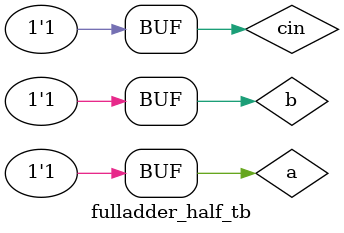
<source format=v>
module fulladder_half_tb;
reg a,b,cin;
wire sum,cout;
fulladder uut(.a(a),.b(b),.cin(cin),.sum(sum),.cout(cout));
initial
begin
$dumpfile("hauf.vcd");
$dumpvars;
$monitor($time,"a=%b,b=%b,cin=%b,sum=%b,cout=%b",a,b,cin,sum,cout);
a=0; b=0;cin=0;
#5 a=0;b=0;cin=0;
#5 a=0;b=0;cin=1;
#5 a=0;b=1;cin=0;
#5 a=0;b=1;cin=1;
#5 a=1;b=0;cin=0;
#5 a=1;b=0;cin=1;
#5 a=1;b=1;cin=0;
#5 a=1;b=1;cin=1;
end
endmodule

</source>
